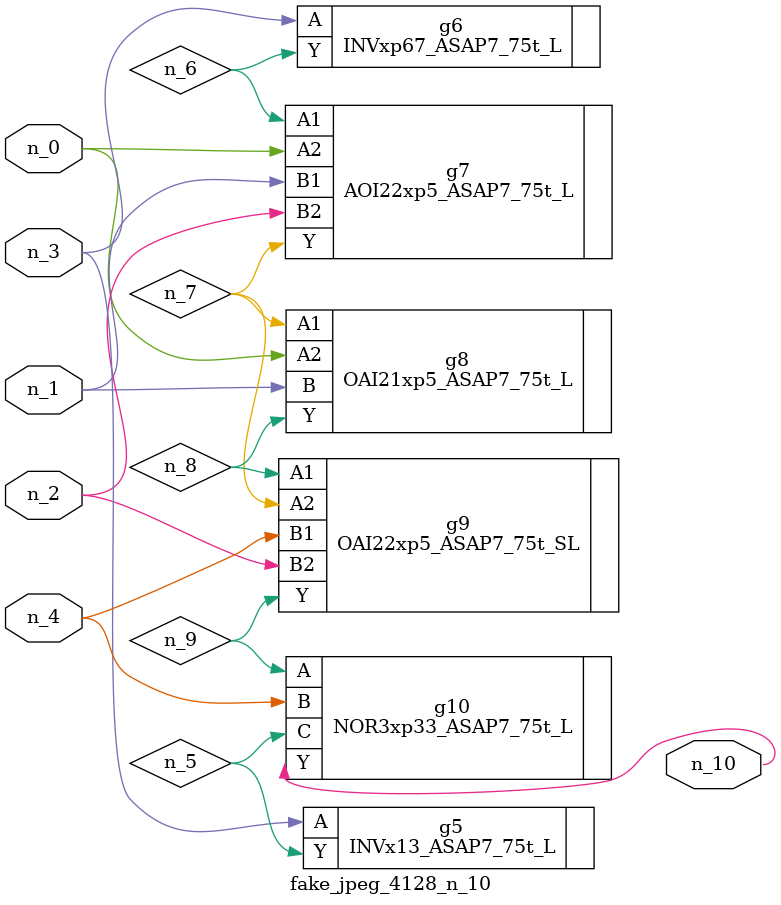
<source format=v>
module fake_jpeg_4128_n_10 (n_3, n_2, n_1, n_0, n_4, n_10);

input n_3;
input n_2;
input n_1;
input n_0;
input n_4;

output n_10;

wire n_8;
wire n_9;
wire n_6;
wire n_5;
wire n_7;

INVx13_ASAP7_75t_L g5 ( 
.A(n_3),
.Y(n_5)
);

INVxp67_ASAP7_75t_L g6 ( 
.A(n_3),
.Y(n_6)
);

AOI22xp5_ASAP7_75t_L g7 ( 
.A1(n_6),
.A2(n_0),
.B1(n_1),
.B2(n_2),
.Y(n_7)
);

OAI21xp5_ASAP7_75t_L g8 ( 
.A1(n_7),
.A2(n_0),
.B(n_1),
.Y(n_8)
);

OAI22xp5_ASAP7_75t_SL g9 ( 
.A1(n_8),
.A2(n_7),
.B1(n_4),
.B2(n_2),
.Y(n_9)
);

NOR3xp33_ASAP7_75t_L g10 ( 
.A(n_9),
.B(n_4),
.C(n_5),
.Y(n_10)
);


endmodule
</source>
